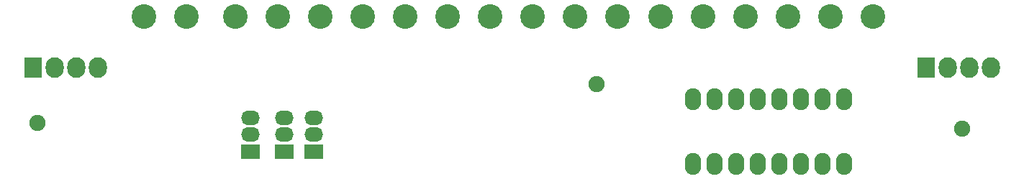
<source format=gbr>
G04 #@! TF.FileFunction,Soldermask,Bot*
%FSLAX46Y46*%
G04 Gerber Fmt 4.6, Leading zero omitted, Abs format (unit mm)*
G04 Created by KiCad (PCBNEW 4.0.4-stable) date 04/04/17 13:48:34*
%MOMM*%
%LPD*%
G01*
G04 APERTURE LIST*
%ADD10C,0.100000*%
%ADD11O,1.901140X2.599640*%
%ADD12R,2.200000X1.700000*%
%ADD13O,2.200000X1.700000*%
%ADD14R,2.127200X2.432000*%
%ADD15O,2.127200X2.432000*%
%ADD16C,2.900000*%
%ADD17C,1.900000*%
G04 APERTURE END LIST*
D10*
D11*
X162110000Y-74810000D03*
X164650000Y-74810000D03*
X167190000Y-74810000D03*
X169730000Y-74810000D03*
X172270000Y-74810000D03*
X174810000Y-74810000D03*
X177350000Y-74810000D03*
X179890000Y-74810000D03*
X179890000Y-67190000D03*
X177350000Y-67190000D03*
X174810000Y-67190000D03*
X172270000Y-67190000D03*
X169730000Y-67190000D03*
X167190000Y-67190000D03*
X164650000Y-67190000D03*
X162110000Y-67190000D03*
D12*
X110000000Y-73400000D03*
D13*
X110000000Y-71400000D03*
X110000000Y-69400000D03*
D12*
X117500000Y-73400000D03*
D13*
X117500000Y-71400000D03*
X117500000Y-69400000D03*
D12*
X114000000Y-73400000D03*
D13*
X114000000Y-71400000D03*
X114000000Y-69400000D03*
D14*
X189500000Y-63500000D03*
D15*
X192040000Y-63500000D03*
X194580000Y-63500000D03*
X197120000Y-63500000D03*
D14*
X84500000Y-63500000D03*
D15*
X87040000Y-63500000D03*
X89580000Y-63500000D03*
X92120000Y-63500000D03*
D16*
X108250000Y-57500000D03*
X113250000Y-57500000D03*
X118250000Y-57500000D03*
X123250000Y-57500000D03*
X128250000Y-57500000D03*
X133250000Y-57500000D03*
X138250000Y-57500000D03*
X143250000Y-57500000D03*
X148250000Y-57500000D03*
X153250000Y-57500000D03*
X158250000Y-57500000D03*
X163250000Y-57500000D03*
X168250000Y-57500000D03*
X173250000Y-57500000D03*
X183250000Y-57500000D03*
X178250000Y-57500000D03*
X102500000Y-57500000D03*
X97500000Y-57500000D03*
D17*
X85000000Y-69972000D03*
X150750000Y-65472000D03*
X193750000Y-70722000D03*
M02*

</source>
